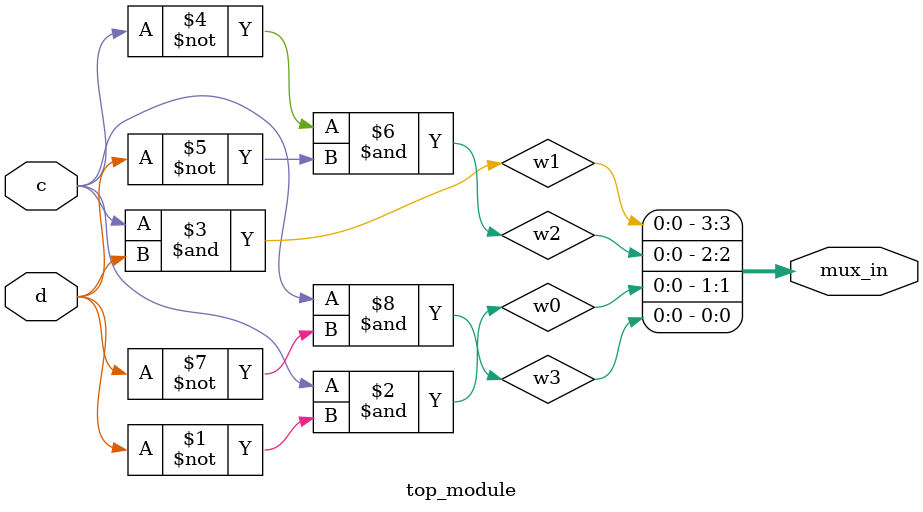
<source format=sv>
module top_module (
    input c,
    input d,
    output [3:0] mux_in
);

wire w0, w1, w2, w3;

and g0(w0, c, ~d);
and g1(w1, c, d);
and g2(w2, ~c, ~d);
and g3(w3, c, ~d);

assign mux_in[0] = w3;
assign mux_in[1] = w0;
assign mux_in[2] = w2;
assign mux_in[3] = w1;

endmodule

</source>
